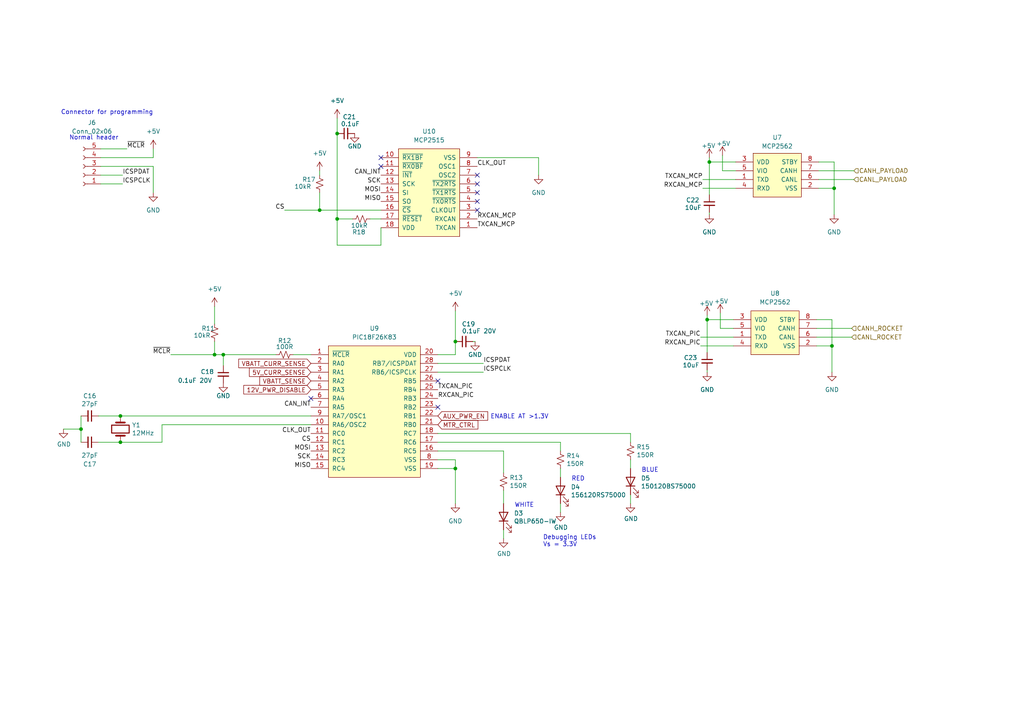
<source format=kicad_sch>
(kicad_sch (version 20211123) (generator eeschema)
  (paper "A4")
  (lib_symbols
    (symbol "CANHW:MCP2515" (pin_names (offset 1.016))
      (property "Reference" "U" (at 7.62 8.89 0))
      (property "Value" "MCP2515" (at -5.08 8.89 0))
      (symbol "MCP2515_0_1"
        (rectangle (start -8.89 7.62) (end 8.89 -17.78) (fill (type background)))
      )
      (symbol "MCP2515_1_1"
        (pin bidirectional line (at -13.97 5.08 0) (length 5.08) (name "TXCAN") (number "1"))
        (pin bidirectional line (at 13.97 -15.24 180) (length 5.08) (name "~{RX1BF}") (number "10"))
        (pin bidirectional line (at 13.97 -12.7 180) (length 5.08) (name "~{RX0BF}") (number "11"))
        (pin bidirectional line (at 13.97 -10.16 180) (length 5.08) (name "~{INT}") (number "12"))
        (pin bidirectional line (at 13.97 -7.62 180) (length 5.08) (name "SCK") (number "13"))
        (pin bidirectional line (at 13.97 -5.08 180) (length 5.08) (name "SI") (number "14"))
        (pin bidirectional line (at 13.97 -2.54 180) (length 5.08) (name "SO") (number "15"))
        (pin bidirectional line (at 13.97 0 180) (length 5.08) (name "~{CS}") (number "16"))
        (pin bidirectional line (at 13.97 2.54 180) (length 5.08) (name "~{RESET}") (number "17"))
        (pin power_in line (at 13.97 5.08 180) (length 5.08) (name "VDD") (number "18"))
        (pin bidirectional line (at -13.97 2.54 0) (length 5.08) (name "RXCAN") (number "2"))
        (pin bidirectional line (at -13.97 0 0) (length 5.08) (name "CLKOUT") (number "3"))
        (pin bidirectional line (at -13.97 -2.54 0) (length 5.08) (name "~{TX0RTS}") (number "4"))
        (pin bidirectional line (at -13.97 -5.08 0) (length 5.08) (name "~{TX1RTS}") (number "5"))
        (pin bidirectional line (at -13.97 -7.62 0) (length 5.08) (name "~{TX2RTS}") (number "6"))
        (pin bidirectional line (at -13.97 -10.16 0) (length 5.08) (name "OSC2") (number "7"))
        (pin bidirectional line (at -13.97 -12.7 0) (length 5.08) (name "OSC1") (number "8"))
        (pin power_in line (at -13.97 -15.24 0) (length 5.08) (name "VSS") (number "9"))
      )
    )
    (symbol "CANHW:MCP2562" (pin_names (offset 1.016))
      (property "Reference" "U" (at 5.08 3.81 0))
      (property "Value" "MCP2562" (at -3.81 3.81 0))
      (symbol "MCP2562_0_1"
        (rectangle (start -7.62 2.54) (end 6.35 -10.16) (fill (type background)))
      )
      (symbol "MCP2562_1_1"
        (pin bidirectional line (at -12.7 -5.08 0) (length 5.08) (name "TXD") (number "1"))
        (pin power_in line (at 11.43 -7.62 180) (length 5.08) (name "VSS") (number "2"))
        (pin power_in line (at -12.7 0 0) (length 5.08) (name "VDD") (number "3"))
        (pin bidirectional line (at -12.7 -7.62 0) (length 5.08) (name "RXD") (number "4"))
        (pin bidirectional line (at -12.7 -2.54 0) (length 5.08) (name "VIO") (number "5"))
        (pin bidirectional line (at 11.43 -5.08 180) (length 5.08) (name "CANL") (number "6"))
        (pin bidirectional line (at 11.43 -2.54 180) (length 5.08) (name "CANH") (number "7"))
        (pin bidirectional line (at 11.43 0 180) (length 5.08) (name "STBY") (number "8"))
      )
    )
    (symbol "CANHW:PIC18F26K83" (pin_names (offset 1.016))
      (property "Reference" "U" (at 11.43 20.32 0))
      (property "Value" "PIC18F26K83" (at -7.62 20.32 0))
      (symbol "PIC18F26K83_0_1"
        (rectangle (start -13.97 19.05) (end 12.7 -19.05) (fill (type background)))
      )
      (symbol "PIC18F26K83_1_1"
        (pin input line (at -19.05 16.51 0) (length 5.08) (name "~{MCLR}") (number "1"))
        (pin bidirectional line (at -19.05 -3.81 0) (length 5.08) (name "RA6/OSC2") (number "10"))
        (pin bidirectional line (at -19.05 -6.35 0) (length 5.08) (name "RC0") (number "11"))
        (pin bidirectional line (at -19.05 -8.89 0) (length 5.08) (name "RC1") (number "12"))
        (pin bidirectional line (at -19.05 -11.43 0) (length 5.08) (name "RC2") (number "13"))
        (pin bidirectional line (at -19.05 -13.97 0) (length 5.08) (name "RC3") (number "14"))
        (pin bidirectional line (at -19.05 -16.51 0) (length 5.08) (name "RC4") (number "15"))
        (pin bidirectional line (at 17.78 -11.43 180) (length 5.08) (name "RC5") (number "16"))
        (pin bidirectional line (at 17.78 -8.89 180) (length 5.08) (name "RC6") (number "17"))
        (pin bidirectional line (at 17.78 -6.35 180) (length 5.08) (name "RC7") (number "18"))
        (pin power_in line (at 17.78 -16.51 180) (length 5.08) (name "VSS") (number "19"))
        (pin bidirectional line (at -19.05 13.97 0) (length 5.08) (name "RA0") (number "2"))
        (pin power_in line (at 17.78 16.51 180) (length 5.08) (name "VDD") (number "20"))
        (pin bidirectional line (at 17.78 -3.81 180) (length 5.08) (name "RB0") (number "21"))
        (pin bidirectional line (at 17.78 -1.27 180) (length 5.08) (name "RB1") (number "22"))
        (pin bidirectional line (at 17.78 1.27 180) (length 5.08) (name "RB2") (number "23"))
        (pin bidirectional line (at 17.78 3.81 180) (length 5.08) (name "RB3") (number "24"))
        (pin bidirectional line (at 17.78 6.35 180) (length 5.08) (name "RB4") (number "25"))
        (pin bidirectional line (at 17.78 8.89 180) (length 5.08) (name "RB5") (number "26"))
        (pin bidirectional line (at 17.78 11.43 180) (length 5.08) (name "RB6/ICSPCLK") (number "27"))
        (pin bidirectional line (at 17.78 13.97 180) (length 5.08) (name "RB7/ICSPDAT") (number "28"))
        (pin bidirectional line (at -19.05 11.43 0) (length 5.08) (name "RA1") (number "3"))
        (pin bidirectional line (at -19.05 8.89 0) (length 5.08) (name "RA2") (number "4"))
        (pin bidirectional line (at -19.05 6.35 0) (length 5.08) (name "RA3") (number "5"))
        (pin bidirectional line (at -19.05 3.81 0) (length 5.08) (name "RA4") (number "6"))
        (pin bidirectional line (at -19.05 1.27 0) (length 5.08) (name "RA5") (number "7"))
        (pin power_in line (at 17.78 -13.97 180) (length 5.08) (name "VSS") (number "8"))
        (pin bidirectional line (at -19.05 -1.27 0) (length 5.08) (name "RA7/OSC1") (number "9"))
      )
    )
    (symbol "Connector:Conn_01x05_Female" (pin_names (offset 1.016) hide)
      (property "Reference" "J" (at 0 7.62 0))
      (property "Value" "Conn_01x05_Female" (at 0 -7.62 0))
      (symbol "Conn_01x05_Female_1_1"
        (arc (start 0 -4.572) (mid -0.508 -5.08) (end 0 -5.588) (stroke (width 0.1524)))
        (arc (start 0 -2.032) (mid -0.508 -2.54) (end 0 -3.048) (stroke (width 0.1524)))
        (polyline (pts (xy -1.27 -5.08) (xy -0.508 -5.08)) (stroke (width 0.1524)))
        (polyline (pts (xy -1.27 -2.54) (xy -0.508 -2.54)) (stroke (width 0.1524)))
        (polyline (pts (xy -1.27 0) (xy -0.508 0)) (stroke (width 0.1524)))
        (polyline (pts (xy -1.27 2.54) (xy -0.508 2.54)) (stroke (width 0.1524)))
        (polyline (pts (xy -1.27 5.08) (xy -0.508 5.08)) (stroke (width 0.1524)))
        (arc (start 0 0.508) (mid -0.508 0) (end 0 -0.508) (stroke (width 0.1524)))
        (arc (start 0 3.048) (mid -0.508 2.54) (end 0 2.032) (stroke (width 0.1524)))
        (arc (start 0 5.588) (mid -0.508 5.08) (end 0 4.572) (stroke (width 0.1524)))
        (pin passive line (at -5.08 5.08 0) (length 3.81) (name "Pin_1") (number "1"))
        (pin passive line (at -5.08 2.54 0) (length 3.81) (name "Pin_2") (number "2"))
        (pin passive line (at -5.08 0 0) (length 3.81) (name "Pin_3") (number "3"))
        (pin passive line (at -5.08 -2.54 0) (length 3.81) (name "Pin_4") (number "4"))
        (pin passive line (at -5.08 -5.08 0) (length 3.81) (name "Pin_5") (number "5"))
      )
    )
    (symbol "Device:C_Small" (pin_numbers hide) (pin_names (offset 0.254) hide)
      (property "Reference" "C" (at 0.254 1.778 0))
      (property "Value" "C_Small" (at 0.254 -2.032 0))
      (symbol "C_Small_0_1"
        (polyline (pts (xy -1.524 -0.508) (xy 1.524 -0.508)) (stroke (width 0.3302)))
        (polyline (pts (xy -1.524 0.508) (xy 1.524 0.508)) (stroke (width 0.3048)))
      )
      (symbol "C_Small_1_1"
        (pin passive line (at 0 2.54 270) (length 2.032) (name "~") (number "1"))
        (pin passive line (at 0 -2.54 90) (length 2.032) (name "~") (number "2"))
      )
    )
    (symbol "Device:Crystal" (pin_numbers hide) (pin_names (offset 1.016) hide)
      (property "Reference" "Y" (at 0 3.81 0))
      (property "Value" "Crystal" (at 0 -3.81 0))
      (symbol "Crystal_0_1"
        (rectangle (start -1.143 2.54) (end 1.143 -2.54) (stroke (width 0.3048)))
        (polyline (pts (xy -2.54 0) (xy -1.905 0)))
        (polyline (pts (xy -1.905 -1.27) (xy -1.905 1.27)) (stroke (width 0.508)))
        (polyline (pts (xy 1.905 -1.27) (xy 1.905 1.27)) (stroke (width 0.508)))
        (polyline (pts (xy 2.54 0) (xy 1.905 0)))
      )
      (symbol "Crystal_1_1"
        (pin passive line (at -3.81 0 0) (length 1.27) (name "1") (number "1"))
        (pin passive line (at 3.81 0 180) (length 1.27) (name "2") (number "2"))
      )
    )
    (symbol "Device:LED" (pin_numbers hide) (pin_names (offset 1.016) hide)
      (property "Reference" "D" (at 0 2.54 0))
      (property "Value" "LED" (at 0 -2.54 0))
      (symbol "LED_0_1"
        (polyline (pts (xy -1.27 -1.27) (xy -1.27 1.27)) (stroke (width 0.254)))
        (polyline (pts (xy -1.27 0) (xy 1.27 0)))
        (polyline (pts (xy 1.27 -1.27) (xy 1.27 1.27) (xy -1.27 0) (xy 1.27 -1.27)) (stroke (width 0.254)))
        (polyline (pts (xy -3.048 -0.762) (xy -4.572 -2.286) (xy -3.81 -2.286) (xy -4.572 -2.286) (xy -4.572 -1.524)))
        (polyline (pts (xy -1.778 -0.762) (xy -3.302 -2.286) (xy -2.54 -2.286) (xy -3.302 -2.286) (xy -3.302 -1.524)))
      )
      (symbol "LED_1_1"
        (pin passive line (at -3.81 0 0) (length 2.54) (name "K") (number "1"))
        (pin passive line (at 3.81 0 180) (length 2.54) (name "A") (number "2"))
      )
    )
    (symbol "Device:R_Small_US" (pin_numbers hide) (pin_names (offset 0.254) hide)
      (property "Reference" "R" (at 0.762 0.508 0))
      (property "Value" "R_Small_US" (at 0.762 -1.016 0))
      (symbol "R_Small_US_1_1"
        (polyline (pts (xy 0 0) (xy 1.016 -0.381) (xy 0 -0.762) (xy -1.016 -1.143) (xy 0 -1.524)))
        (polyline (pts (xy 0 1.524) (xy 1.016 1.143) (xy 0 0.762) (xy -1.016 0.381) (xy 0 0)))
        (pin passive line (at 0 2.54 270) (length 1.016) (name "~") (number "1"))
        (pin passive line (at 0 -2.54 90) (length 1.016) (name "~") (number "2"))
      )
    )
    (symbol "power:+5V" (power) (pin_names (offset 0))
      (property "Value" "+5V" (at 0 3.556 0))
      (symbol "+5V_0_1"
        (polyline (pts (xy -0.762 1.27) (xy 0 2.54)))
        (polyline (pts (xy 0 0) (xy 0 2.54)))
        (polyline (pts (xy 0 2.54) (xy 0.762 1.27)))
      )
      (symbol "+5V_1_1"
        (pin power_in line (at 0 0 90) (length 0) hide (name "+5V") (number "1"))
      )
    )
    (symbol "power:GND" (power) (pin_names (offset 0))
      (property "Value" "GND" (at 0 -3.81 0))
      (symbol "GND_0_1"
        (polyline (pts (xy 0 0) (xy 0 -1.27) (xy 1.27 -1.27) (xy 0 -2.54) (xy -1.27 -1.27) (xy 0 -1.27)))
      )
      (symbol "GND_1_1"
        (pin power_in line (at 0 0 270) (length 0) hide (name "GND") (number "1"))
      )
    )
  )
  (junction (at 23.495 124.46))
  (junction (at 97.79 63.5))
  (junction (at 241.935 54.61))
  (junction (at 34.925 120.65))
  (junction (at 64.77 102.87))
  (junction (at 132.08 135.89))
  (junction (at 34.925 128.27))
  (junction (at 92.71 60.96))
  (junction (at 205.105 92.71))
  (junction (at 132.08 99.06))
  (junction (at 97.79 38.735))
  (junction (at 62.23 102.87))
  (junction (at 241.3 100.33))
  (junction (at 205.74 46.99))
  (no_connect (at 110.49 45.72))
  (no_connect (at 110.49 48.26))
  (no_connect (at 138.43 50.8))
  (no_connect (at 138.43 53.34))
  (no_connect (at 138.43 55.88))
  (no_connect (at 138.43 58.42))
  (no_connect (at 138.43 60.96))
  (no_connect (at 127 110.49))
  (no_connect (at 127 118.11))
  (no_connect (at 90.17 115.57))
  (wire (pts (xy 241.3 100.33) (xy 241.3 92.71)))
  (wire (pts (xy 205.105 91.44) (xy 205.105 92.71)))
  (wire (pts (xy 92.71 55.88) (xy 92.71 60.96)))
  (wire (pts (xy 97.79 63.5) (xy 102.235 63.5)))
  (wire (pts (xy 209.55 45.085) (xy 209.55 49.53)))
  (wire (pts (xy 29.21 43.18) (xy 36.83 43.18)))
  (wire (pts (xy 146.05 130.81) (xy 146.05 137.16)))
  (wire (pts (xy 92.71 49.53) (xy 92.71 50.8)))
  (wire (pts (xy 62.23 88.9) (xy 62.23 93.98)))
  (wire (pts (xy 46.99 123.19) (xy 46.99 128.27)))
  (wire (pts (xy 97.79 71.12) (xy 110.49 71.12)))
  (wire (pts (xy 127 125.73) (xy 182.88 125.73)))
  (wire (pts (xy 205.105 92.71) (xy 212.725 92.71)))
  (wire (pts (xy 29.21 53.34) (xy 35.56 53.34)))
  (wire (pts (xy 146.05 142.24) (xy 146.05 146.05)))
  (wire (pts (xy 29.21 50.8) (xy 35.56 50.8)))
  (wire (pts (xy 92.71 60.96) (xy 110.49 60.96)))
  (wire (pts (xy 82.55 60.96) (xy 92.71 60.96)))
  (wire (pts (xy 64.77 102.87) (xy 64.77 106.045)))
  (wire (pts (xy 49.53 102.87) (xy 62.23 102.87)))
  (wire (pts (xy 132.08 133.35) (xy 132.08 135.89)))
  (wire (pts (xy 23.495 120.65) (xy 23.495 124.46)))
  (wire (pts (xy 132.08 102.87) (xy 127 102.87)))
  (wire (pts (xy 97.79 38.735) (xy 97.79 63.5)))
  (wire (pts (xy 236.855 92.71) (xy 241.3 92.71)))
  (wire (pts (xy 237.49 49.53) (xy 247.65 49.53)))
  (wire (pts (xy 23.495 124.46) (xy 23.495 128.27)))
  (wire (pts (xy 182.88 146.05) (xy 182.88 143.51)))
  (wire (pts (xy 205.105 107.315) (xy 205.105 107.95)))
  (wire (pts (xy 127 135.89) (xy 132.08 135.89)))
  (wire (pts (xy 182.88 125.73) (xy 182.88 128.27)))
  (wire (pts (xy 62.23 99.06) (xy 62.23 102.87)))
  (wire (pts (xy 241.935 54.61) (xy 241.935 46.99)))
  (wire (pts (xy 241.935 54.61) (xy 241.935 62.23)))
  (wire (pts (xy 127 133.35) (xy 132.08 133.35)))
  (wire (pts (xy 205.74 61.595) (xy 205.74 62.23)))
  (wire (pts (xy 127 130.81) (xy 146.05 130.81)))
  (wire (pts (xy 203.2 97.79) (xy 212.725 97.79)))
  (wire (pts (xy 205.105 92.71) (xy 205.105 102.235)))
  (wire (pts (xy 146.05 153.67) (xy 146.05 156.21)))
  (wire (pts (xy 132.08 90.17) (xy 132.08 99.06)))
  (wire (pts (xy 182.88 133.35) (xy 182.88 135.89)))
  (wire (pts (xy 203.835 54.61) (xy 213.36 54.61)))
  (wire (pts (xy 156.21 45.72) (xy 156.21 50.8)))
  (wire (pts (xy 241.3 100.33) (xy 241.3 107.95)))
  (wire (pts (xy 44.45 48.26) (xy 44.45 55.88)))
  (wire (pts (xy 64.77 102.87) (xy 80.01 102.87)))
  (wire (pts (xy 18.415 124.46) (xy 23.495 124.46)))
  (wire (pts (xy 237.49 52.07) (xy 247.65 52.07)))
  (wire (pts (xy 236.855 100.33) (xy 241.3 100.33)))
  (wire (pts (xy 162.56 146.05) (xy 162.56 148.59)))
  (wire (pts (xy 236.855 97.79) (xy 247.015 97.79)))
  (wire (pts (xy 213.36 49.53) (xy 209.55 49.53)))
  (wire (pts (xy 127 105.41) (xy 140.208 105.41)))
  (wire (pts (xy 107.315 63.5) (xy 110.49 63.5)))
  (wire (pts (xy 203.835 52.07) (xy 213.36 52.07)))
  (wire (pts (xy 85.09 102.87) (xy 90.17 102.87)))
  (wire (pts (xy 97.79 34.29) (xy 97.79 38.735)))
  (wire (pts (xy 208.915 90.805) (xy 208.915 95.25)))
  (wire (pts (xy 29.21 45.72) (xy 44.45 45.72)))
  (wire (pts (xy 127 107.95) (xy 140.208 107.95)))
  (wire (pts (xy 137.16 99.06) (xy 137.795 99.06)))
  (wire (pts (xy 237.49 46.99) (xy 241.935 46.99)))
  (wire (pts (xy 28.575 120.65) (xy 34.925 120.65)))
  (wire (pts (xy 205.74 46.99) (xy 213.36 46.99)))
  (wire (pts (xy 44.45 43.18) (xy 44.45 45.72)))
  (wire (pts (xy 205.74 46.99) (xy 205.74 56.515)))
  (wire (pts (xy 127 128.27) (xy 162.56 128.27)))
  (wire (pts (xy 28.575 128.27) (xy 34.925 128.27)))
  (wire (pts (xy 212.725 95.25) (xy 208.915 95.25)))
  (wire (pts (xy 237.49 54.61) (xy 241.935 54.61)))
  (wire (pts (xy 97.79 63.5) (xy 97.79 71.12)))
  (wire (pts (xy 138.43 45.72) (xy 156.21 45.72)))
  (wire (pts (xy 62.23 102.87) (xy 64.77 102.87)))
  (wire (pts (xy 162.56 138.43) (xy 162.56 135.89)))
  (wire (pts (xy 236.855 95.25) (xy 247.015 95.25)))
  (wire (pts (xy 34.925 128.27) (xy 46.99 128.27)))
  (wire (pts (xy 29.21 48.26) (xy 44.45 48.26)))
  (wire (pts (xy 205.74 45.72) (xy 205.74 46.99)))
  (wire (pts (xy 203.2 100.33) (xy 212.725 100.33)))
  (wire (pts (xy 90.17 123.19) (xy 46.99 123.19)))
  (wire (pts (xy 132.08 135.89) (xy 132.08 146.05)))
  (wire (pts (xy 162.56 128.27) (xy 162.56 130.81)))
  (wire (pts (xy 132.08 99.06) (xy 132.08 102.87)))
  (wire (pts (xy 110.49 71.12) (xy 110.49 66.04)))
  (wire (pts (xy 34.925 120.65) (xy 90.17 120.65)))
  (text "BLUE\n" (at 186.055 137.16 0) (effects (font (size 1.27 1.27)) (justify left bottom)))
  (text "RED" (at 165.735 139.7 0) (effects (font (size 1.27 1.27)) (justify left bottom)))
  (text "WHITE\n" (at 149.225 147.32 0) (effects (font (size 1.27 1.27)) (justify left bottom)))
  (text "Debugging LEDs\nVs = 3.3V\n" (at 157.48 158.75 0) (effects (font (size 1.27 1.27)) (justify left bottom)))
  (text "Normal header" (at 20.066 40.767 0) (effects (font (size 1.27 1.27)) (justify left bottom)))
  (text "ENABLE AT >1.3V" (at 142.24 121.666 0) (effects (font (size 1.27 1.27)) (justify left bottom)))
  (text "Connector for programming" (at 44.45 33.401 180) (effects (font (size 1.27 1.27)) (justify right bottom)))
  (label "SCK" (at 110.49 53.34 180))
  (label "TXCAN_MCP" (at 203.835 52.07 180))
  (label "MISO" (at 110.49 58.42 180))
  (label "CLK_OUT" (at 138.43 48.26 0))
  (label "SCK" (at 90.17 133.35 180))
  (label "RXCAN_PIC" (at 203.2 100.33 180))
  (label "ICSPDAT" (at 35.56 50.8 0))
  (label "CLK_OUT" (at 90.17 125.73 180))
  (label "RXCAN_PIC" (at 127 115.57 0))
  (label "~{MCLR}" (at 36.83 43.18 0))
  (label "TXCAN_MCP" (at 138.43 66.04 0))
  (label "TXCAN_PIC" (at 203.2 97.79 180))
  (label "CS" (at 90.17 128.27 180))
  (label "CAN_INT" (at 90.17 118.11 180))
  (label "ICSPCLK" (at 35.56 53.34 0))
  (label "MOSI" (at 90.17 130.81 180))
  (label "CS" (at 82.55 60.96 180))
  (label "RXCAN_MCP" (at 203.835 54.61 180))
  (label "MOSI" (at 110.49 55.88 180))
  (label "TXCAN_PIC" (at 127 113.03 0))
  (label "MISO" (at 90.17 135.89 180))
  (label "ICSPDAT" (at 140.208 105.41 0))
  (label "RXCAN_MCP" (at 138.43 63.5 0))
  (label "~{MCLR}" (at 49.53 102.87 180))
  (label "ICSPCLK" (at 140.208 107.95 0))
  (label "CAN_INT" (at 110.49 50.8 180))
  (global_label "12V_PWR_DISABLE" (shape input) (at 90.17 113.03 180) (property "Intersheet References" "${INTERSHEET_REFS}" (effects hide)))
  (global_label "AUX_PWR_EN" (shape input) (at 127 120.65 0) (property "Intersheet References" "${INTERSHEET_REFS}" (effects hide)))
  (global_label "MTR_CTRL" (shape input) (at 127 123.19 0) (property "Intersheet References" "${INTERSHEET_REFS}" (effects hide)))
  (global_label "VBATT_CURR_SENSE" (shape input) (at 90.17 105.41 180) (property "Intersheet References" "${INTERSHEET_REFS}" (effects hide)))
  (global_label "VBATT_SENSE" (shape input) (at 90.17 110.49 180) (property "Intersheet References" "${INTERSHEET_REFS}" (effects hide)))
  (global_label "5V_CURR_SENSE" (shape input) (at 90.17 107.95 180) (property "Intersheet References" "${INTERSHEET_REFS}" (effects hide)))
  (hierarchical_label "CANL_ROCKET" (shape input) (at 247.015 97.79 0))
  (hierarchical_label "CANH_ROCKET" (shape input) (at 247.015 95.25 0))
  (hierarchical_label "CANL_PAYLOAD" (shape input) (at 247.65 52.07 0))
  (hierarchical_label "CANH_PAYLOAD" (shape input) (at 247.65 49.53 0))
  (symbol (lib_id "power:GND") (at 44.45 55.88 0) (unit 1)
    (property "Reference" "#PWR034" (effects hide))
    (property "Value" "GND" (at 44.45 60.96 0))
  )
  (symbol (lib_id "power:GND") (at 241.935 62.23 0) (unit 1)
    (property "Reference" "#PWR053" (effects hide))
    (property "Value" "GND" (at 241.935 67.31 0))
  )
  (symbol (lib_id "power:+5V") (at 92.71 49.53 0) (unit 1)
    (property "Reference" "#PWR037" (effects hide))
    (property "Value" "+5V" (at 92.71 44.45 0))
  )
  (symbol (lib_id "Device:R_Small_US") (at 162.56 133.35 0) (unit 1)
    (property "Reference" "R14" (at 164.2872 132.1816 0) (effects (justify left)))
    (property "Value" "150R" (at 164.2872 134.493 0) (effects (justify left)))
    (property "Footprint" "Resistor_SMD:R_0805_2012Metric_Pad1.20x1.40mm_HandSolder" (effects hide))
  )
  (symbol (lib_id "Device:C_Small") (at 205.105 104.775 0) (unit 1)
    (property "Reference" "C23" (at 200.279 103.759 0))
    (property "Value" "10uF" (at 200.406 105.918 0))
  )
  (symbol (lib_id "power:GND") (at 241.3 107.95 0) (unit 1)
    (property "Reference" "#PWR054" (effects hide))
    (property "Value" "GND" (at 241.3 113.03 0))
  )
  (symbol (lib_id "power:GND") (at 182.88 146.05 0) (unit 1)
    (property "Reference" "#PWR049" (effects hide))
    (property "Value" "GND" (at 183.007 150.4442 0))
  )
  (symbol (lib_id "power:GND") (at 18.415 124.46 0) (unit 1)
    (property "Reference" "#PWR039" (effects hide))
    (property "Value" "GND" (at 18.542 128.8542 0))
  )
  (symbol (lib_id "power:GND") (at 137.795 99.06 0) (unit 1)
    (property "Reference" "#PWR046" (effects hide))
    (property "Value" "GND" (at 137.795 102.87 0))
  )
  (symbol (lib_id "Device:LED") (at 146.05 149.86 90) (unit 1)
    (property "Reference" "D3" (at 149.0472 148.8694 90) (effects (justify right)))
    (property "Value" "QBLP650-IW" (at 149.0472 151.1808 90) (effects (justify right)))
    (property "Footprint" "LED_SMD:LED_1206_3216Metric_Pad1.42x1.75mm_HandSolder" (effects hide))
  )
  (symbol (lib_id "Device:C_Small") (at 205.74 59.055 0) (unit 1)
    (property "Reference" "C22" (at 200.914 58.039 0))
    (property "Value" "10uF" (at 201.041 60.198 0))
  )
  (symbol (lib_id "power:GND") (at 132.08 146.05 0) (unit 1)
    (property "Reference" "#PWR044" (effects hide))
    (property "Value" "GND" (at 132.08 151.13 0))
  )
  (symbol (lib_id "Device:C_Small") (at 64.77 108.585 0) (unit 1)
    (property "Reference" "C18" (at 58.166 107.823 0) (effects (justify left)))
    (property "Value" "0.1uF 20V" (at 51.562 110.363 0) (effects (justify left)))
  )
  (symbol (lib_id "Device:C_Small") (at 100.33 38.735 90) (unit 1)
    (property "Reference" "C21" (at 101.346 33.909 90))
    (property "Value" "0.1uF" (at 101.6 35.941 90))
  )
  (symbol (lib_id "power:GND") (at 156.21 50.8 0) (unit 1)
    (property "Reference" "#PWR0108" (effects hide))
    (property "Value" "GND" (at 156.21 55.88 0))
  )
  (symbol (lib_id "power:+5V") (at 208.915 90.805 0) (unit 1)
    (property "Reference" "#PWR052" (effects hide))
    (property "Value" "+5V" (at 209.169 87.376 0))
  )
  (symbol (lib_id "Device:R_Small_US") (at 104.775 63.5 90) (unit 1)
    (property "Reference" "R18" (at 106.045 67.31 90) (effects (justify left)))
    (property "Value" "10kR" (at 106.68 65.405 90) (effects (justify left)))
  )
  (symbol (lib_id "Device:R_Small_US") (at 146.05 139.7 0) (unit 1)
    (property "Reference" "R13" (at 147.7772 138.5316 0) (effects (justify left)))
    (property "Value" "150R" (at 147.7772 140.843 0) (effects (justify left)))
    (property "Footprint" "Resistor_SMD:R_0805_2012Metric_Pad1.20x1.40mm_HandSolder" (effects hide))
  )
  (symbol (lib_id "power:+5V") (at 209.55 45.085 0) (unit 1)
    (property "Reference" "#PWR051" (effects hide))
    (property "Value" "+5V" (at 209.804 41.656 0))
  )
  (symbol (lib_id "Device:R_Small_US") (at 182.88 130.81 0) (unit 1)
    (property "Reference" "R15" (at 184.6072 129.6416 0) (effects (justify left)))
    (property "Value" "150R" (at 184.6072 131.953 0) (effects (justify left)))
    (property "Footprint" "Resistor_SMD:R_0805_2012Metric_Pad1.20x1.40mm_HandSolder" (effects hide))
  )
  (symbol (lib_id "power:GND") (at 102.87 38.735 0) (unit 1)
    (property "Reference" "#PWR0110" (effects hide))
    (property "Value" "GND" (at 102.87 42.418 0))
  )
  (symbol (lib_id "Device:R_Small_US") (at 82.55 102.87 90) (unit 1)
    (property "Reference" "R12" (at 82.55 98.806 90))
    (property "Value" "100R" (at 82.55 100.584 90))
  )
  (symbol (lib_id "power:GND") (at 64.77 111.125 0) (unit 1)
    (property "Reference" "#PWR043" (effects hide))
    (property "Value" "GND" (at 64.77 114.808 0))
  )
  (symbol (lib_id "power:+5V") (at 62.23 88.9 0) (unit 1)
    (property "Reference" "#PWR036" (effects hide))
    (property "Value" "+5V" (at 62.23 83.82 0))
  )
  (symbol (lib_id "Device:C_Small") (at 134.62 99.06 90) (unit 1)
    (property "Reference" "C19" (at 135.89 93.98 90))
    (property "Value" "0.1uF 20V" (at 138.938 96.012 90))
  )
  (symbol (lib_id "Connector:Conn_01x05_Female") (at 24.13 48.26 180) (unit 1)
    (property "Reference" "J6" (at 26.67 35.56 0))
    (property "Value" "Conn_02x06" (at 26.67 38.1 0))
    (property "Footprint" "Connector_PinHeader_2.54mm:PinHeader_1x05_P2.54mm_Vertical" (effects hide))
  )
  (symbol (lib_id "Device:LED") (at 182.88 139.7 90) (unit 1)
    (property "Reference" "D5" (at 185.8772 138.7094 90) (effects (justify right)))
    (property "Value" "150120BS75000" (at 185.8772 141.0208 90) (effects (justify right)))
    (property "Footprint" "LED_SMD:LED_1206_3216Metric_Pad1.42x1.75mm_HandSolder" (effects hide))
  )
  (symbol (lib_id "CANHW:MCP2515") (at 124.46 60.96 180) (unit 1)
    (property "Reference" "U10" (at 124.46 38.1 0))
    (property "Value" "MCP2515" (at 124.46 40.64 0))
  )
  (symbol (lib_id "power:+5V") (at 97.79 34.29 0) (unit 1)
    (property "Reference" "#PWR038" (effects hide))
    (property "Value" "+5V" (at 97.79 29.21 0))
  )
  (symbol (lib_id "CANHW:MCP2562") (at 226.06 46.99 0) (unit 1)
    (property "Reference" "U7" (at 225.425 39.878 0))
    (property "Value" "MCP2562" (at 225.425 42.418 0))
    (property "Datasheet" "http://hades.mech.northwestern.edu/images/5/5e/MCP2562.pdf" (effects hide))
  )
  (symbol (lib_id "Device:C_Small") (at 26.035 128.27 270) (unit 1)
    (property "Reference" "C17" (at 26.035 134.62 90))
    (property "Value" "27pF" (at 26.035 132.08 90))
    (property "Footprint" "Capacitor_SMD:C_0805_2012Metric_Pad1.18x1.45mm_HandSolder" (effects hide))
  )
  (symbol (lib_id "CANHW:MCP2562") (at 225.425 92.71 0) (unit 1)
    (property "Reference" "U8" (at 224.79 85.09 0))
    (property "Value" "MCP2562" (at 224.79 87.63 0))
    (property "Datasheet" "http://hades.mech.northwestern.edu/images/5/5e/MCP2562.pdf" (effects hide))
  )
  (symbol (lib_id "Device:R_Small_US") (at 92.71 53.34 0) (unit 1)
    (property "Reference" "R17" (at 87.63 52.07 0) (effects (justify left)))
    (property "Value" "10kR" (at 85.344 54.102 0) (effects (justify left)))
  )
  (symbol (lib_id "Device:LED") (at 162.56 142.24 90) (unit 1)
    (property "Reference" "D4" (at 165.5572 141.2494 90) (effects (justify right)))
    (property "Value" "156120RS75000" (at 165.5572 143.5608 90) (effects (justify right)))
    (property "Footprint" "LED_SMD:LED_1206_3216Metric_Pad1.42x1.75mm_HandSolder" (effects hide))
  )
  (symbol (lib_id "power:+5V") (at 205.105 91.44 0) (unit 1)
    (property "Reference" "#PWR045" (effects hide))
    (property "Value" "+5V" (at 204.851 88.011 0))
  )
  (symbol (lib_id "CANHW:PIC18F26K83") (at 109.22 119.38 0) (unit 1)
    (property "Reference" "U9" (at 108.585 95.25 0))
    (property "Value" "PIC18F26K83" (at 108.585 97.79 0))
    (property "Datasheet" "http://ww1.microchip.com/downloads/en/DeviceDoc/40001943A.pdf" (effects hide))
  )
  (symbol (lib_id "power:+5V") (at 132.08 90.17 0) (unit 1)
    (property "Reference" "#PWR040" (effects hide))
    (property "Value" "+5V" (at 132.08 85.09 0))
  )
  (symbol (lib_id "power:GND") (at 205.74 62.23 0) (unit 1)
    (property "Reference" "#PWR042" (effects hide))
    (property "Value" "GND" (at 205.74 67.31 0))
  )
  (symbol (lib_id "power:+5V") (at 44.45 43.18 0) (unit 1)
    (property "Reference" "#PWR033" (effects hide))
    (property "Value" "+5V" (at 44.45 38.1 0))
  )
  (symbol (lib_id "power:GND") (at 162.56 148.59 0) (unit 1)
    (property "Reference" "#PWR048" (effects hide))
    (property "Value" "GND" (at 162.687 152.9842 0))
  )
  (symbol (lib_id "power:GND") (at 205.105 107.95 0) (unit 1)
    (property "Reference" "#PWR050" (effects hide))
    (property "Value" "GND" (at 205.105 113.03 0))
  )
  (symbol (lib_id "Device:C_Small") (at 26.035 120.65 270) (unit 1)
    (property "Reference" "C16" (at 26.035 114.8334 90))
    (property "Value" "27pF" (at 26.035 117.1448 90))
    (property "Footprint" "Capacitor_SMD:C_0805_2012Metric_Pad1.18x1.45mm_HandSolder" (effects hide))
  )
  (symbol (lib_id "power:+5V") (at 205.74 45.72 0) (unit 1)
    (property "Reference" "#PWR041" (effects hide))
    (property "Value" "+5V" (at 205.486 42.291 0))
  )
  (symbol (lib_id "Device:R_Small_US") (at 62.23 96.52 0) (unit 1)
    (property "Reference" "R11" (at 58.42 95.25 0) (effects (justify left)))
    (property "Value" "10kR" (at 56.134 97.282 0) (effects (justify left)))
  )
  (symbol (lib_id "Device:Crystal") (at 34.925 124.46 270) (unit 1)
    (property "Reference" "Y1" (at 38.2524 123.2916 90) (effects (justify left)))
    (property "Value" "12MHz" (at 38.2524 125.603 90) (effects (justify left)))
    (property "Footprint" "Crystal:Crystal_HC49-4H_Vertical" (effects hide))
  )
  (symbol (lib_id "power:GND") (at 146.05 156.21 0) (unit 1)
    (property "Reference" "#PWR047" (effects hide))
    (property "Value" "GND" (at 146.177 160.6042 0))
  )
)
</source>
